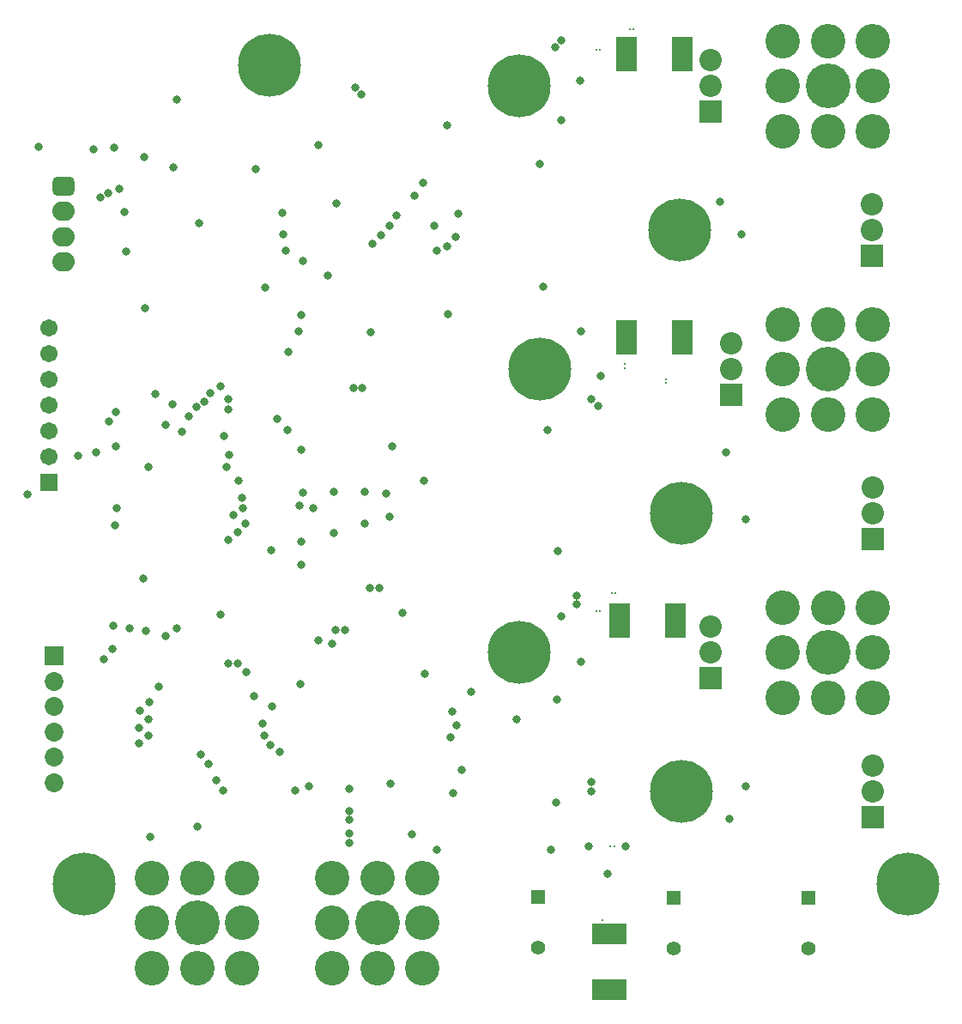
<source format=gbs>
G04*
G04 #@! TF.GenerationSoftware,Altium Limited,Altium Designer,21.0.9 (235)*
G04*
G04 Layer_Color=16711935*
%FSLAX25Y25*%
%MOIN*%
G70*
G04*
G04 #@! TF.SameCoordinates,33BEAB15-2C9A-4BBB-8A7B-2AB3B3A1E351*
G04*
G04*
G04 #@! TF.FilePolarity,Negative*
G04*
G01*
G75*
%ADD73C,0.13398*%
%ADD74C,0.17335*%
%ADD75C,0.24422*%
%ADD76R,0.07296X0.07296*%
%ADD77C,0.07296*%
%ADD78C,0.06706*%
%ADD79R,0.06706X0.06706*%
%ADD80R,0.08674X0.08674*%
%ADD81C,0.08674*%
%ADD82C,0.05524*%
%ADD83R,0.05524X0.05524*%
G04:AMPARAMS|DCode=84|XSize=74.93mil|YSize=86.74mil|CornerRadius=20.73mil|HoleSize=0mil|Usage=FLASHONLY|Rotation=270.000|XOffset=0mil|YOffset=0mil|HoleType=Round|Shape=RoundedRectangle|*
%AMROUNDEDRECTD84*
21,1,0.07493,0.04528,0,0,270.0*
21,1,0.03347,0.08674,0,0,270.0*
1,1,0.04146,-0.02264,-0.01673*
1,1,0.04146,-0.02264,0.01673*
1,1,0.04146,0.02264,0.01673*
1,1,0.04146,0.02264,-0.01673*
%
%ADD84ROUNDEDRECTD84*%
%ADD85O,0.08674X0.07493*%
%ADD86C,0.03300*%
%ADD106R,0.01000X0.01000*%
%ADD107R,0.01000X0.01000*%
%ADD109R,0.13792X0.07887*%
%ADD110R,0.07887X0.13792*%
D73*
X397539Y452539D02*
D03*
Y470000D02*
D03*
Y487461D02*
D03*
X415000D02*
D03*
X432461D02*
D03*
Y470000D02*
D03*
Y452539D02*
D03*
X415000D02*
D03*
X222539Y162461D02*
D03*
X240000D02*
D03*
X257461D02*
D03*
Y145000D02*
D03*
Y127539D02*
D03*
X240000D02*
D03*
X222539D02*
D03*
Y145000D02*
D03*
X397539Y342539D02*
D03*
Y360000D02*
D03*
Y377461D02*
D03*
X415000D02*
D03*
X432461D02*
D03*
Y360000D02*
D03*
Y342539D02*
D03*
X415000D02*
D03*
X397539Y232539D02*
D03*
Y250000D02*
D03*
Y267461D02*
D03*
X415000D02*
D03*
X432461D02*
D03*
Y250000D02*
D03*
Y232539D02*
D03*
X415000D02*
D03*
X152539Y145000D02*
D03*
Y127539D02*
D03*
X170000D02*
D03*
X187461D02*
D03*
Y145000D02*
D03*
Y162461D02*
D03*
X170000D02*
D03*
X152539D02*
D03*
D74*
X415000Y470000D02*
D03*
X240000Y145000D02*
D03*
X415000Y360000D02*
D03*
Y250000D02*
D03*
X170000Y145000D02*
D03*
D75*
X446000Y160000D02*
D03*
X126000D02*
D03*
X295000Y470000D02*
D03*
X357492Y414000D02*
D03*
X302992Y360000D02*
D03*
X358000Y304000D02*
D03*
X295000Y250000D02*
D03*
X358000Y196000D02*
D03*
X198000Y478000D02*
D03*
D76*
X114500Y248685D02*
D03*
D77*
Y238843D02*
D03*
Y229000D02*
D03*
Y219158D02*
D03*
Y209315D02*
D03*
Y199472D02*
D03*
D78*
X112500Y336000D02*
D03*
Y326000D02*
D03*
Y346000D02*
D03*
Y356000D02*
D03*
Y366000D02*
D03*
Y376000D02*
D03*
D79*
Y316000D02*
D03*
D80*
X369508Y460000D02*
D03*
X432000Y404000D02*
D03*
X377500Y350000D02*
D03*
X432508Y294000D02*
D03*
X369508Y240000D02*
D03*
X432508Y186000D02*
D03*
D81*
X369508Y470000D02*
D03*
Y480000D02*
D03*
X432000Y414000D02*
D03*
Y424000D02*
D03*
X377500Y370000D02*
D03*
Y360000D02*
D03*
X432508Y304000D02*
D03*
Y314000D02*
D03*
X369508Y260000D02*
D03*
Y250000D02*
D03*
X432508Y196000D02*
D03*
Y206000D02*
D03*
D82*
X302500Y135315D02*
D03*
X355000Y135000D02*
D03*
X407500D02*
D03*
D83*
X302500Y155000D02*
D03*
X355000Y154685D02*
D03*
X407500D02*
D03*
D84*
X118000Y431185D02*
D03*
D85*
Y421343D02*
D03*
Y411500D02*
D03*
Y401657D02*
D03*
D86*
X203600Y412300D02*
D03*
X104000Y311400D02*
D03*
X268400Y217100D02*
D03*
X151800Y178300D02*
D03*
X336375Y174625D02*
D03*
X329600Y164200D02*
D03*
X309167Y485132D02*
D03*
X138800Y306000D02*
D03*
X258400Y241900D02*
D03*
X258100Y316900D02*
D03*
X186030Y316613D02*
D03*
X182400Y326900D02*
D03*
X210500Y328700D02*
D03*
X211000Y402000D02*
D03*
X180471Y334100D02*
D03*
X270700Y221600D02*
D03*
X199000Y229200D02*
D03*
X192245Y233200D02*
D03*
X195494Y222495D02*
D03*
X198600Y214200D02*
D03*
X202000Y211300D02*
D03*
X276449Y234678D02*
D03*
X170700Y416900D02*
D03*
X243400Y311800D02*
D03*
X209650Y307250D02*
D03*
X210507Y284048D02*
D03*
X149200Y278800D02*
D03*
X137600Y260500D02*
D03*
X150200Y258500D02*
D03*
X143700Y259400D02*
D03*
X153800Y350300D02*
D03*
X322200Y174700D02*
D03*
X138165Y299465D02*
D03*
X181500Y322000D02*
D03*
X222384Y253298D02*
D03*
X208213Y196376D02*
D03*
X269400Y195500D02*
D03*
X269254Y227003D02*
D03*
X229200Y197000D02*
D03*
X220739Y396333D02*
D03*
X271500Y420400D02*
D03*
X155100Y236800D02*
D03*
X209600Y374600D02*
D03*
X205362Y366902D02*
D03*
X170000Y182500D02*
D03*
X203000Y420600D02*
D03*
X141800Y421000D02*
D03*
X142600Y405600D02*
D03*
X149900Y383900D02*
D03*
X162000Y464700D02*
D03*
X108600Y446400D02*
D03*
X294015Y224022D02*
D03*
X184222Y303500D02*
D03*
X177350Y200300D02*
D03*
X188947Y299986D02*
D03*
X187700Y306000D02*
D03*
X187500Y310000D02*
D03*
X185905Y245622D02*
D03*
X162050Y259300D02*
D03*
X182134Y245700D02*
D03*
X179100Y264700D02*
D03*
X182071Y293625D02*
D03*
X185800Y296600D02*
D03*
X180100Y196500D02*
D03*
X188995Y242500D02*
D03*
X196200Y217900D02*
D03*
X272777Y204509D02*
D03*
X323212Y196091D02*
D03*
Y199591D02*
D03*
X325695Y345742D02*
D03*
X311575Y487882D02*
D03*
X229100Y188450D02*
D03*
X309500Y191700D02*
D03*
X229100Y184950D02*
D03*
Y179700D02*
D03*
Y176200D02*
D03*
X317300Y268700D02*
D03*
Y272200D02*
D03*
X323220Y348492D02*
D03*
X223800Y258600D02*
D03*
X227300D02*
D03*
X381500Y412400D02*
D03*
X240635Y274956D02*
D03*
X237135D02*
D03*
X245100Y199100D02*
D03*
X234200Y352800D02*
D03*
X230700D02*
D03*
X231425Y469275D02*
D03*
X233900Y466800D02*
D03*
X309800Y231635D02*
D03*
X217105Y447104D02*
D03*
X217231Y254812D02*
D03*
X310132Y289540D02*
D03*
X306241Y336318D02*
D03*
X304600Y392100D02*
D03*
X196300Y391900D02*
D03*
X198876Y289700D02*
D03*
X303015Y439842D02*
D03*
X383100Y301700D02*
D03*
X318900Y472200D02*
D03*
X326700Y357300D02*
D03*
X319051Y246479D02*
D03*
X383000Y198100D02*
D03*
X307600Y173400D02*
D03*
X263000Y173500D02*
D03*
X267383Y381272D02*
D03*
X210400Y381100D02*
D03*
X375400Y327600D02*
D03*
X245700Y330100D02*
D03*
X376813Y185269D02*
D03*
X253300Y179500D02*
D03*
X311376Y264196D02*
D03*
X237600Y374500D02*
D03*
X319000Y374800D02*
D03*
X373100Y425200D02*
D03*
X267200Y407700D02*
D03*
X270428Y411428D02*
D03*
X311500Y456800D02*
D03*
X267000Y454700D02*
D03*
X249750Y265400D02*
D03*
X205250Y336300D02*
D03*
X179000Y353300D02*
D03*
X160600Y346506D02*
D03*
X182200Y348500D02*
D03*
X151050Y322215D02*
D03*
X172750Y347500D02*
D03*
X182098Y344425D02*
D03*
X157850Y338500D02*
D03*
X175188Y350837D02*
D03*
X166777Y341895D02*
D03*
X130680Y327828D02*
D03*
X169885Y345490D02*
D03*
X164100Y335700D02*
D03*
X138400Y343300D02*
D03*
X135772Y339672D02*
D03*
X138535Y329950D02*
D03*
X244900Y302900D02*
D03*
X215150Y306222D02*
D03*
X235000Y300000D02*
D03*
X223000Y296500D02*
D03*
X210550Y293100D02*
D03*
X213300Y198000D02*
D03*
X211000Y312200D02*
D03*
X210200Y237635D02*
D03*
X174400Y206800D02*
D03*
X171597Y210400D02*
D03*
X224038Y424356D02*
D03*
X254511Y427450D02*
D03*
X139800Y430200D02*
D03*
X135423Y428280D02*
D03*
X132300Y426700D02*
D03*
X149500Y442500D02*
D03*
X137799Y445964D02*
D03*
X257800Y432500D02*
D03*
X262090Y415652D02*
D03*
X244850Y415620D02*
D03*
X247500Y419700D02*
D03*
X238200Y408700D02*
D03*
X241300Y412200D02*
D03*
X235000Y312400D02*
D03*
X223100Y312500D02*
D03*
X137100Y251400D02*
D03*
X133800Y247300D02*
D03*
X192700Y437600D02*
D03*
X201051Y340913D02*
D03*
X151100Y224100D02*
D03*
X151318Y230822D02*
D03*
X160619Y438319D02*
D03*
X123900Y326300D02*
D03*
X147400Y214600D02*
D03*
X151100Y217800D02*
D03*
X147413Y220706D02*
D03*
X147700Y227300D02*
D03*
X129665Y445371D02*
D03*
X157700Y256400D02*
D03*
X204500Y406000D02*
D03*
X263000D02*
D03*
D106*
X326500Y484000D02*
D03*
X325000D02*
D03*
X332500Y273000D02*
D03*
X331000D02*
D03*
X325100Y266000D02*
D03*
X326600D02*
D03*
X339500Y492000D02*
D03*
X338000D02*
D03*
X330600Y174700D02*
D03*
X332100D02*
D03*
D107*
X352000Y356100D02*
D03*
Y354600D02*
D03*
X336000Y360500D02*
D03*
Y362000D02*
D03*
X327600Y144500D02*
D03*
Y146000D02*
D03*
D109*
X330000Y119173D02*
D03*
Y140827D02*
D03*
D110*
X336673Y482500D02*
D03*
X358327D02*
D03*
Y372500D02*
D03*
X336673D02*
D03*
X334173Y262500D02*
D03*
X355827D02*
D03*
M02*

</source>
